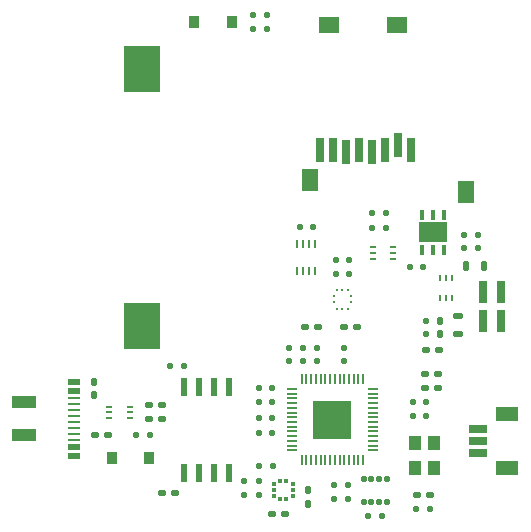
<source format=gbr>
%TF.GenerationSoftware,KiCad,Pcbnew,9.0.2+1*%
%TF.CreationDate,2025-08-01T20:38:56+01:00*%
%TF.ProjectId,PocketSat,506f636b-6574-4536-9174-2e6b69636164,rev?*%
%TF.SameCoordinates,Original*%
%TF.FileFunction,Paste,Top*%
%TF.FilePolarity,Positive*%
%FSLAX46Y46*%
G04 Gerber Fmt 4.6, Leading zero omitted, Abs format (unit mm)*
G04 Created by KiCad (PCBNEW 9.0.2+1) date 2025-08-01 20:38:56*
%MOMM*%
%LPD*%
G01*
G04 APERTURE LIST*
G04 Aperture macros list*
%AMRoundRect*
0 Rectangle with rounded corners*
0 $1 Rounding radius*
0 $2 $3 $4 $5 $6 $7 $8 $9 X,Y pos of 4 corners*
0 Add a 4 corners polygon primitive as box body*
4,1,4,$2,$3,$4,$5,$6,$7,$8,$9,$2,$3,0*
0 Add four circle primitives for the rounded corners*
1,1,$1+$1,$2,$3*
1,1,$1+$1,$4,$5*
1,1,$1+$1,$6,$7*
1,1,$1+$1,$8,$9*
0 Add four rect primitives between the rounded corners*
20,1,$1+$1,$2,$3,$4,$5,0*
20,1,$1+$1,$4,$5,$6,$7,0*
20,1,$1+$1,$6,$7,$8,$9,0*
20,1,$1+$1,$8,$9,$2,$3,0*%
G04 Aperture macros list end*
%ADD10C,0.000000*%
%ADD11RoundRect,0.127000X0.127000X-0.152400X0.127000X0.152400X-0.127000X0.152400X-0.127000X-0.152400X0*%
%ADD12RoundRect,0.125000X0.202799X0.124999X-0.202799X0.124999X-0.202799X-0.124999X0.202799X-0.124999X0*%
%ADD13RoundRect,0.127000X-0.152400X-0.127000X0.152400X-0.127000X0.152400X0.127000X-0.152400X0.127000X0*%
%ADD14R,0.660400X1.905000*%
%ADD15RoundRect,0.127000X-0.127000X0.152400X-0.127000X-0.152400X0.127000X-0.152400X0.127000X0.152400X0*%
%ADD16RoundRect,0.125000X-0.124999X0.202799X-0.124999X-0.202799X0.124999X-0.202799X0.124999X0.202799X0*%
%ADD17RoundRect,0.127000X0.152400X0.127000X-0.152400X0.127000X-0.152400X-0.127000X0.152400X-0.127000X0*%
%ADD18RoundRect,0.125000X-0.202799X-0.124999X0.202799X-0.124999X0.202799X0.124999X-0.202799X0.124999X0*%
%ADD19R,0.304800X0.330200*%
%ADD20R,0.330200X0.304800*%
%ADD21R,1.000000X0.520000*%
%ADD22R,1.000000X0.270000*%
%ADD23R,2.000000X1.000000*%
%ADD24R,0.177800X0.812800*%
%ADD25R,0.812800X0.177800*%
%ADD26R,3.200400X3.200400*%
%ADD27R,0.279400X0.254000*%
%ADD28R,0.254000X0.254000*%
%ADD29R,3.170000X3.960000*%
%ADD30RoundRect,0.227500X0.227500X0.307500X-0.227500X0.307500X-0.227500X-0.307500X0.227500X-0.307500X0*%
%ADD31RoundRect,0.125000X-0.125000X-0.281400X0.125000X-0.281400X0.125000X0.281400X-0.125000X0.281400X0*%
%ADD32R,0.609600X0.228600*%
%ADD33R,1.100000X1.300000*%
%ADD34R,0.533400X1.524000*%
%ADD35RoundRect,0.056250X0.168750X-0.188750X0.168750X0.188750X-0.168750X0.188750X-0.168750X-0.188750X0*%
%ADD36R,0.800000X2.000000*%
%ADD37R,1.800000X1.400000*%
%ADD38R,1.400000X1.900000*%
%ADD39R,0.406400X0.812800*%
%ADD40R,2.489200X1.752600*%
%ADD41RoundRect,0.125000X0.281400X-0.125000X0.281400X0.125000X-0.281400X0.125000X-0.281400X-0.125000X0*%
%ADD42RoundRect,0.050000X0.075000X-0.250000X0.075000X0.250000X-0.075000X0.250000X-0.075000X-0.250000X0*%
%ADD43RoundRect,0.125000X0.124999X-0.202799X0.124999X0.202799X-0.124999X0.202799X-0.124999X-0.202799X0*%
%ADD44R,0.228600X0.609600*%
%ADD45R,1.549400X0.660400*%
%ADD46R,1.905000X1.295400*%
G04 APERTURE END LIST*
D10*
%TO.C,MCU2*%
G36*
X128600000Y-90200000D02*
G01*
X127199800Y-90200000D01*
X127199800Y-88799800D01*
X128600000Y-88799800D01*
X128600000Y-90200000D01*
G37*
G36*
X128600000Y-91800200D02*
G01*
X127199800Y-91800200D01*
X127199800Y-90400000D01*
X128600000Y-90400000D01*
X128600000Y-91800200D01*
G37*
G36*
X130200200Y-90200000D02*
G01*
X128800000Y-90200000D01*
X128800000Y-88799800D01*
X130200200Y-88799800D01*
X130200200Y-90200000D01*
G37*
G36*
X130200200Y-91800200D02*
G01*
X128800000Y-91800200D01*
X128800000Y-90400000D01*
X130200200Y-90400000D01*
X130200200Y-91800200D01*
G37*
%TD*%
D11*
%TO.C,C11*%
X127400000Y-85371500D03*
X127400000Y-84228500D03*
%TD*%
D12*
%TO.C,R18*%
X130802799Y-82500000D03*
X129697201Y-82500000D03*
%TD*%
D13*
%TO.C,C27*%
X122000000Y-57267500D03*
X123143000Y-57267500D03*
%TD*%
D14*
%TO.C,U2*%
X141479999Y-81922200D03*
X142980001Y-81922200D03*
X142980001Y-79509200D03*
X141479999Y-79509200D03*
%TD*%
D13*
%TO.C,C3*%
X128978500Y-78000000D03*
X130121500Y-78000000D03*
%TD*%
D15*
%TO.C,C24*%
X140999997Y-74656999D03*
X140999997Y-75799999D03*
%TD*%
D16*
%TO.C,R9*%
X108550000Y-87097201D03*
X108550000Y-88202799D03*
%TD*%
D13*
%TO.C,C19*%
X122456999Y-91400000D03*
X123599999Y-91400000D03*
%TD*%
D17*
%TO.C,C36*%
X113221499Y-91618498D03*
X112078499Y-91618498D03*
%TD*%
D12*
%TO.C,R16*%
X137700000Y-84420276D03*
X136594402Y-84420276D03*
%TD*%
D18*
%TO.C,R10*%
X113197200Y-90268498D03*
X114302798Y-90268498D03*
%TD*%
%TO.C,R17*%
X126397201Y-82500000D03*
X127502799Y-82500000D03*
%TD*%
D19*
%TO.C,U4*%
X124299874Y-97044500D03*
X124800000Y-97044500D03*
D20*
X125337337Y-96757226D03*
X125337337Y-96257100D03*
X125337337Y-95756974D03*
D19*
X124800000Y-95469700D03*
X124299874Y-95469700D03*
D20*
X123762537Y-95756974D03*
X123762537Y-96257100D03*
X123762537Y-96757226D03*
%TD*%
D11*
%TO.C,C20*%
X136600000Y-83063277D03*
X136600000Y-81920277D03*
%TD*%
D12*
%TO.C,R12*%
X137652799Y-87650000D03*
X136547201Y-87650000D03*
%TD*%
D21*
%TO.C,J20*%
X106825000Y-87143498D03*
X106825000Y-87893498D03*
D22*
X106825000Y-88493498D03*
X106825000Y-88993498D03*
X106825000Y-89493498D03*
X106825000Y-89993498D03*
X106825000Y-90493498D03*
X106825000Y-90993498D03*
X106825000Y-91493498D03*
X106825000Y-91993498D03*
D21*
X106825000Y-92593498D03*
X106825000Y-93343498D03*
D23*
X102625000Y-88843498D03*
X102625000Y-91643498D03*
%TD*%
D18*
%TO.C,R24*%
X108622200Y-91618498D03*
X109727798Y-91618498D03*
%TD*%
D13*
%TO.C,C25*%
X132053500Y-74075000D03*
X133196500Y-74075000D03*
%TD*%
D18*
%TO.C,R27*%
X123544402Y-98300000D03*
X124650000Y-98300000D03*
%TD*%
D13*
%TO.C,C26*%
X132053500Y-72775000D03*
X133196500Y-72775000D03*
%TD*%
D24*
%TO.C,MCU2*%
X126100000Y-93703600D03*
X126499999Y-93703600D03*
X126900001Y-93703600D03*
X127300000Y-93703600D03*
X127699999Y-93703600D03*
X128100001Y-93703600D03*
X128500000Y-93703600D03*
X128900000Y-93703600D03*
X129299999Y-93703600D03*
X129700001Y-93703600D03*
X130100000Y-93703600D03*
X130499999Y-93703600D03*
X130900001Y-93703600D03*
X131300000Y-93703600D03*
D25*
X132103600Y-92900000D03*
X132103600Y-92500001D03*
X132103600Y-92099999D03*
X132103600Y-91700000D03*
X132103600Y-91300001D03*
X132103600Y-90899999D03*
X132103600Y-90500000D03*
X132103600Y-90100000D03*
X132103600Y-89700001D03*
X132103600Y-89299999D03*
X132103600Y-88900000D03*
X132103600Y-88500001D03*
X132103600Y-88099999D03*
X132103600Y-87700000D03*
D24*
X131300000Y-86896400D03*
X130900001Y-86896400D03*
X130499999Y-86896400D03*
X130100000Y-86896400D03*
X129700001Y-86896400D03*
X129299999Y-86896400D03*
X128900000Y-86896400D03*
X128500000Y-86896400D03*
X128100001Y-86896400D03*
X127699999Y-86896400D03*
X127300000Y-86896400D03*
X126900001Y-86896400D03*
X126499999Y-86896400D03*
X126100000Y-86896400D03*
D25*
X125296400Y-87700000D03*
X125296400Y-88099999D03*
X125296400Y-88500001D03*
X125296400Y-88900000D03*
X125296400Y-89299999D03*
X125296400Y-89700001D03*
X125296400Y-90100000D03*
X125296400Y-90500000D03*
X125296400Y-90899999D03*
X125296400Y-91300001D03*
X125296400Y-91700000D03*
X125296400Y-92099999D03*
X125296400Y-92500001D03*
X125296400Y-92900000D03*
D26*
X128700000Y-90300000D03*
%TD*%
D27*
%TO.C,U6*%
X128789702Y-79876997D03*
X128789702Y-80376997D03*
D28*
X129050004Y-80899998D03*
X129550003Y-80899998D03*
X130050002Y-80899998D03*
D27*
X130310304Y-80376997D03*
X130310304Y-79876997D03*
D28*
X130050002Y-79353996D03*
X129550003Y-79353996D03*
X129050004Y-79353996D03*
%TD*%
D29*
%TO.C,BT1*%
X112600000Y-82372500D03*
X112600000Y-60612500D03*
%TD*%
D30*
%TO.C,D1*%
X109995000Y-93562500D03*
X113205000Y-93562500D03*
%TD*%
D15*
%TO.C,C1*%
X121237336Y-95514225D03*
X121237336Y-96657225D03*
%TD*%
D13*
%TO.C,C17*%
X122456999Y-87600000D03*
X123599999Y-87600000D03*
%TD*%
D12*
%TO.C,R19*%
X136927799Y-96700000D03*
X135822201Y-96700000D03*
%TD*%
D13*
%TO.C,C9*%
X135500001Y-90000000D03*
X136643001Y-90000000D03*
%TD*%
D31*
%TO.C,R5*%
X140030000Y-77290000D03*
X141530000Y-77290000D03*
%TD*%
D15*
%TO.C,C15*%
X128800001Y-95870044D03*
X128800001Y-97013044D03*
%TD*%
D32*
%TO.C,D3*%
X132149100Y-75700001D03*
X132149100Y-76200000D03*
X132149100Y-76699999D03*
X133850900Y-76699999D03*
X133850900Y-76200000D03*
X133850900Y-75700001D03*
%TD*%
D17*
%TO.C,C13*%
X130121502Y-76749997D03*
X128978502Y-76749997D03*
%TD*%
D13*
%TO.C,C5*%
X131728501Y-98488745D03*
X132871501Y-98488745D03*
%TD*%
%TO.C,C18*%
X135500001Y-88800000D03*
X136643001Y-88800000D03*
%TD*%
D30*
%TO.C,D2*%
X117012500Y-56600000D03*
X120222500Y-56600000D03*
%TD*%
D33*
%TO.C,XTAL2*%
X137300000Y-94400000D03*
X137300000Y-92300000D03*
X135650000Y-92300000D03*
X135650000Y-94400000D03*
%TD*%
D18*
%TO.C,R11*%
X113197200Y-89093498D03*
X114302798Y-89093498D03*
%TD*%
D11*
%TO.C,C12*%
X126200000Y-85371500D03*
X126200000Y-84228500D03*
%TD*%
D32*
%TO.C,D4*%
X111518299Y-90193497D03*
X111518299Y-89693498D03*
X111518299Y-89193499D03*
X109816499Y-89193499D03*
X109816499Y-89693498D03*
X109816499Y-90193497D03*
%TD*%
D13*
%TO.C,C6*%
X122000000Y-56067500D03*
X123143000Y-56067500D03*
%TD*%
D34*
%TO.C,U5*%
X116145000Y-94794900D03*
X117415000Y-94794900D03*
X118685000Y-94794900D03*
X119955000Y-94794900D03*
X119955000Y-87505100D03*
X118685000Y-87505100D03*
X117415000Y-87505100D03*
X116145000Y-87505100D03*
%TD*%
D35*
%TO.C,HM1*%
X131350001Y-95318745D03*
X132000001Y-95318745D03*
X132650001Y-95318745D03*
X133300001Y-95318745D03*
X133300001Y-97258745D03*
X132650001Y-97258745D03*
X132000001Y-97258745D03*
X131350001Y-97258745D03*
%TD*%
D36*
%TO.C,J3*%
X135315000Y-67450000D03*
X134215000Y-67050000D03*
X133115000Y-67450000D03*
X132015000Y-67650000D03*
X130915000Y-67450000D03*
X129815000Y-67650000D03*
X128715000Y-67450000D03*
X127615000Y-67450000D03*
D37*
X128425000Y-56900000D03*
X134125000Y-56900000D03*
D38*
X126825000Y-70050000D03*
X139975000Y-71050000D03*
%TD*%
D39*
%TO.C,U8*%
X136249999Y-75900000D03*
X137200000Y-75900000D03*
X138150001Y-75900000D03*
X138150001Y-73004400D03*
X137200000Y-73004400D03*
X136249999Y-73004400D03*
D40*
X137200000Y-74452200D03*
%TD*%
D18*
%TO.C,R22*%
X114251399Y-96550000D03*
X115356997Y-96550000D03*
%TD*%
D41*
%TO.C,R4*%
X139370000Y-83020000D03*
X139370000Y-81520000D03*
%TD*%
D42*
%TO.C,U1*%
X125700000Y-77700000D03*
X126200000Y-77700000D03*
X126700000Y-77700000D03*
X127200000Y-77700000D03*
X127200000Y-75400000D03*
X126700000Y-75400000D03*
X126200000Y-75400000D03*
X125700000Y-75400000D03*
%TD*%
D15*
%TO.C,C22*%
X139800000Y-74656999D03*
X139800000Y-75799999D03*
%TD*%
D43*
%TO.C,R26*%
X126600000Y-97405598D03*
X126600000Y-96300000D03*
%TD*%
D11*
%TO.C,C8*%
X125000000Y-85371500D03*
X125000000Y-84228500D03*
%TD*%
D13*
%TO.C,C29*%
X125928499Y-74000000D03*
X127071501Y-74000000D03*
%TD*%
D15*
%TO.C,C4*%
X130050001Y-95870044D03*
X130050001Y-97013044D03*
%TD*%
D17*
%TO.C,C14*%
X123599999Y-90200000D03*
X122456999Y-90200000D03*
%TD*%
D13*
%TO.C,C33*%
X135803499Y-97900000D03*
X136946499Y-97900000D03*
%TD*%
%TO.C,C23*%
X135228500Y-77402799D03*
X136371500Y-77402799D03*
%TD*%
D12*
%TO.C,R15*%
X137652799Y-86428377D03*
X136547201Y-86428377D03*
%TD*%
D44*
%TO.C,IC1*%
X137794000Y-80030000D03*
X138302000Y-80030000D03*
X138810000Y-80030000D03*
X138810000Y-78353600D03*
X138302000Y-78353600D03*
X137794000Y-78353600D03*
%TD*%
D11*
%TO.C,C7*%
X129700000Y-85371500D03*
X129700000Y-84228500D03*
%TD*%
D17*
%TO.C,C21*%
X116121500Y-85750001D03*
X114978500Y-85750001D03*
%TD*%
%TO.C,C16*%
X123599999Y-88800000D03*
X122456999Y-88800000D03*
%TD*%
%TO.C,C10*%
X123637335Y-94257226D03*
X122494335Y-94257226D03*
%TD*%
D15*
%TO.C,C2*%
X122493512Y-95514225D03*
X122493512Y-96657225D03*
%TD*%
D45*
%TO.C,J5*%
X140991600Y-91109999D03*
X140991600Y-92110000D03*
X140991600Y-93110001D03*
D46*
X143516599Y-94410000D03*
X143516599Y-89810000D03*
%TD*%
D16*
%TO.C,R8*%
X137790652Y-81938978D03*
X137790652Y-83044576D03*
%TD*%
M02*

</source>
